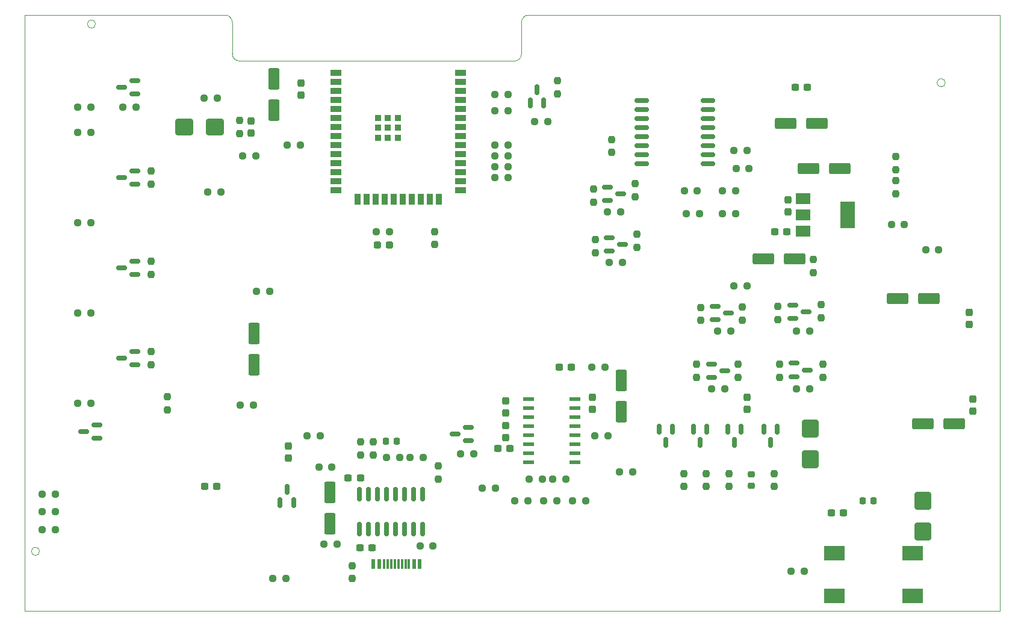
<source format=gbr>
%TF.GenerationSoftware,KiCad,Pcbnew,7.0.5*%
%TF.CreationDate,2025-09-10T14:00:20-04:00*%
%TF.ProjectId,PWA_REV2,5057415f-5245-4563-922e-6b696361645f,2.0*%
%TF.SameCoordinates,Original*%
%TF.FileFunction,Paste,Top*%
%TF.FilePolarity,Positive*%
%FSLAX46Y46*%
G04 Gerber Fmt 4.6, Leading zero omitted, Abs format (unit mm)*
G04 Created by KiCad (PCBNEW 7.0.5) date 2025-09-10 14:00:20*
%MOMM*%
%LPD*%
G01*
G04 APERTURE LIST*
G04 Aperture macros list*
%AMRoundRect*
0 Rectangle with rounded corners*
0 $1 Rounding radius*
0 $2 $3 $4 $5 $6 $7 $8 $9 X,Y pos of 4 corners*
0 Add a 4 corners polygon primitive as box body*
4,1,4,$2,$3,$4,$5,$6,$7,$8,$9,$2,$3,0*
0 Add four circle primitives for the rounded corners*
1,1,$1+$1,$2,$3*
1,1,$1+$1,$4,$5*
1,1,$1+$1,$6,$7*
1,1,$1+$1,$8,$9*
0 Add four rect primitives between the rounded corners*
20,1,$1+$1,$2,$3,$4,$5,0*
20,1,$1+$1,$4,$5,$6,$7,0*
20,1,$1+$1,$6,$7,$8,$9,0*
20,1,$1+$1,$8,$9,$2,$3,0*%
G04 Aperture macros list end*
%ADD10RoundRect,0.150000X0.150000X-0.587500X0.150000X0.587500X-0.150000X0.587500X-0.150000X-0.587500X0*%
%ADD11RoundRect,0.237500X0.237500X-0.250000X0.237500X0.250000X-0.237500X0.250000X-0.237500X-0.250000X0*%
%ADD12RoundRect,0.237500X0.250000X0.237500X-0.250000X0.237500X-0.250000X-0.237500X0.250000X-0.237500X0*%
%ADD13RoundRect,0.237500X-0.250000X-0.237500X0.250000X-0.237500X0.250000X0.237500X-0.250000X0.237500X0*%
%ADD14RoundRect,0.237500X-0.237500X0.250000X-0.237500X-0.250000X0.237500X-0.250000X0.237500X0.250000X0*%
%ADD15RoundRect,0.237500X-0.300000X-0.237500X0.300000X-0.237500X0.300000X0.237500X-0.300000X0.237500X0*%
%ADD16RoundRect,0.150000X0.875000X0.150000X-0.875000X0.150000X-0.875000X-0.150000X0.875000X-0.150000X0*%
%ADD17RoundRect,0.250000X-1.250000X-0.550000X1.250000X-0.550000X1.250000X0.550000X-1.250000X0.550000X0*%
%ADD18RoundRect,0.237500X0.300000X0.237500X-0.300000X0.237500X-0.300000X-0.237500X0.300000X-0.237500X0*%
%ADD19RoundRect,0.150000X0.150000X-0.825000X0.150000X0.825000X-0.150000X0.825000X-0.150000X-0.825000X0*%
%ADD20RoundRect,0.218750X0.218750X0.256250X-0.218750X0.256250X-0.218750X-0.256250X0.218750X-0.256250X0*%
%ADD21RoundRect,0.150000X0.587500X0.150000X-0.587500X0.150000X-0.587500X-0.150000X0.587500X-0.150000X0*%
%ADD22RoundRect,0.250000X-0.550000X1.250000X-0.550000X-1.250000X0.550000X-1.250000X0.550000X1.250000X0*%
%ADD23R,0.600000X1.450000*%
%ADD24R,0.300000X1.450000*%
%ADD25RoundRect,0.250000X1.000000X0.900000X-1.000000X0.900000X-1.000000X-0.900000X1.000000X-0.900000X0*%
%ADD26RoundRect,0.250000X-0.900000X1.000000X-0.900000X-1.000000X0.900000X-1.000000X0.900000X1.000000X0*%
%ADD27RoundRect,0.250000X1.250000X0.550000X-1.250000X0.550000X-1.250000X-0.550000X1.250000X-0.550000X0*%
%ADD28RoundRect,0.237500X-0.237500X0.300000X-0.237500X-0.300000X0.237500X-0.300000X0.237500X0.300000X0*%
%ADD29R,3.000000X2.000000*%
%ADD30R,2.999999X2.000000*%
%ADD31RoundRect,0.237500X0.237500X-0.300000X0.237500X0.300000X-0.237500X0.300000X-0.237500X-0.300000X0*%
%ADD32RoundRect,0.218750X0.256250X-0.218750X0.256250X0.218750X-0.256250X0.218750X-0.256250X-0.218750X0*%
%ADD33RoundRect,0.150000X-0.587500X-0.150000X0.587500X-0.150000X0.587500X0.150000X-0.587500X0.150000X0*%
%ADD34RoundRect,0.250000X0.550000X-1.250000X0.550000X1.250000X-0.550000X1.250000X-0.550000X-1.250000X0*%
%ADD35R,2.000000X1.500000*%
%ADD36R,2.000000X3.800000*%
%ADD37RoundRect,0.150000X-0.150000X0.587500X-0.150000X-0.587500X0.150000X-0.587500X0.150000X0.587500X0*%
%ADD38R,1.500000X0.900000*%
%ADD39R,0.900000X1.500000*%
%ADD40R,0.900000X0.900000*%
%ADD41RoundRect,0.237500X-0.287500X-0.237500X0.287500X-0.237500X0.287500X0.237500X-0.287500X0.237500X0*%
%ADD42RoundRect,0.137500X-0.662500X-0.137500X0.662500X-0.137500X0.662500X0.137500X-0.662500X0.137500X0*%
%TA.AperFunction,Profile*%
%ADD43C,0.050000*%
%TD*%
%TA.AperFunction,Profile*%
%ADD44C,0.120000*%
%TD*%
G04 APERTURE END LIST*
D10*
%TO.C,Q301*%
X127000000Y-30147500D03*
X128900000Y-30147500D03*
X127950000Y-28272500D03*
%TD*%
D11*
%TO.C,R201*%
X75946000Y-73302500D03*
X75946000Y-71477500D03*
%TD*%
D12*
%TO.C,R202*%
X65174500Y-72390000D03*
X63349500Y-72390000D03*
%TD*%
D11*
%TO.C,R203*%
X73660000Y-66952500D03*
X73660000Y-65127500D03*
%TD*%
D12*
%TO.C,R204*%
X65174500Y-59690000D03*
X63349500Y-59690000D03*
%TD*%
%TO.C,R206*%
X65174500Y-46990000D03*
X63349500Y-46990000D03*
%TD*%
D11*
%TO.C,R207*%
X73660000Y-41552500D03*
X73660000Y-39727500D03*
%TD*%
D12*
%TO.C,R208*%
X65174500Y-34290000D03*
X63349500Y-34290000D03*
%TD*%
%TO.C,R210*%
X65174500Y-30734000D03*
X63349500Y-30734000D03*
%TD*%
%TO.C,R303*%
X150772500Y-45720000D03*
X148947500Y-45720000D03*
%TD*%
D11*
%TO.C,R311*%
X130810000Y-28852500D03*
X130810000Y-27027500D03*
%TD*%
D13*
%TO.C,R310*%
X177776500Y-47244000D03*
X179601500Y-47244000D03*
%TD*%
D12*
%TO.C,R309*%
X150495000Y-42545000D03*
X148670000Y-42545000D03*
%TD*%
D13*
%TO.C,R302*%
X154027500Y-45720000D03*
X155852500Y-45720000D03*
%TD*%
%TO.C,R307*%
X154027500Y-42545000D03*
X155852500Y-42545000D03*
%TD*%
D14*
%TO.C,R304*%
X138430000Y-35282500D03*
X138430000Y-37107500D03*
%TD*%
D15*
%TO.C,C301*%
X164237500Y-27940000D03*
X165962500Y-27940000D03*
%TD*%
D16*
%TO.C,U301*%
X151970000Y-38735000D03*
X151970000Y-37465000D03*
X151970000Y-36195000D03*
X151970000Y-34925000D03*
X151970000Y-33655000D03*
X151970000Y-32385000D03*
X151970000Y-31115000D03*
X151970000Y-29845000D03*
X142670000Y-29845000D03*
X142670000Y-31115000D03*
X142670000Y-32385000D03*
X142670000Y-33655000D03*
X142670000Y-34925000D03*
X142670000Y-36195000D03*
X142670000Y-37465000D03*
X142670000Y-38735000D03*
%TD*%
D13*
%TO.C,R301*%
X155932500Y-39370000D03*
X157757500Y-39370000D03*
%TD*%
%TO.C,R305*%
X155655000Y-36830000D03*
X157480000Y-36830000D03*
%TD*%
D17*
%TO.C,C302*%
X162900000Y-33020000D03*
X167300000Y-33020000D03*
%TD*%
D13*
%TO.C,R504*%
X110085500Y-80010000D03*
X111910500Y-80010000D03*
%TD*%
D14*
%TO.C,R502*%
X114046000Y-81233000D03*
X114046000Y-83058000D03*
%TD*%
D13*
%TO.C,R501*%
X106783500Y-80010000D03*
X108608500Y-80010000D03*
%TD*%
D18*
%TO.C,C501*%
X103097500Y-82931000D03*
X101372500Y-82931000D03*
%TD*%
%TO.C,C503*%
X104748500Y-92710000D03*
X103023500Y-92710000D03*
%TD*%
D19*
%TO.C,U501*%
X102985500Y-90105000D03*
X104255500Y-90105000D03*
X105525500Y-90105000D03*
X106795500Y-90105000D03*
X108065500Y-90105000D03*
X109335500Y-90105000D03*
X110605500Y-90105000D03*
X111875500Y-90105000D03*
X111875500Y-85155000D03*
X110605500Y-85155000D03*
X109335500Y-85155000D03*
X108065500Y-85155000D03*
X106795500Y-85155000D03*
X105525500Y-85155000D03*
X104255500Y-85155000D03*
X102985500Y-85155000D03*
%TD*%
D20*
%TO.C,D501*%
X108229500Y-77724000D03*
X106654500Y-77724000D03*
%TD*%
D13*
%TO.C,R101*%
X81129500Y-29464000D03*
X82954500Y-29464000D03*
%TD*%
D11*
%TO.C,R102*%
X86106000Y-34440500D03*
X86106000Y-32615500D03*
%TD*%
D12*
%TO.C,R603*%
X88392000Y-37592000D03*
X86567000Y-37592000D03*
%TD*%
D21*
%TO.C,Q201*%
X66040000Y-77338000D03*
X66040000Y-75438000D03*
X64165000Y-76388000D03*
%TD*%
%TO.C,Q202*%
X71422500Y-66990000D03*
X71422500Y-65090000D03*
X69547500Y-66040000D03*
%TD*%
%TO.C,Q203*%
X71422500Y-54290000D03*
X71422500Y-52390000D03*
X69547500Y-53340000D03*
%TD*%
%TO.C,Q204*%
X71422500Y-41590000D03*
X71422500Y-39690000D03*
X69547500Y-40640000D03*
%TD*%
%TO.C,Q205*%
X71422500Y-28890000D03*
X71422500Y-26990000D03*
X69547500Y-27940000D03*
%TD*%
D13*
%TO.C,R209*%
X69699500Y-30734000D03*
X71524500Y-30734000D03*
%TD*%
D22*
%TO.C,C502*%
X98806000Y-84922000D03*
X98806000Y-89322000D03*
%TD*%
D23*
%TO.C,J501*%
X104954000Y-95015000D03*
X105754000Y-95015000D03*
D24*
X106954000Y-95015000D03*
X107954000Y-95015000D03*
X108454000Y-95015000D03*
X109454000Y-95015000D03*
D23*
X110654000Y-95015000D03*
X111454000Y-95015000D03*
X111454000Y-95015000D03*
X110654000Y-95015000D03*
D24*
X109954000Y-95015000D03*
X108954000Y-95015000D03*
X107454000Y-95015000D03*
X106454000Y-95015000D03*
D23*
X105754000Y-95015000D03*
X104954000Y-95015000D03*
%TD*%
D18*
%TO.C,C602*%
X82904500Y-84074000D03*
X81179500Y-84074000D03*
%TD*%
D25*
%TO.C,D103*%
X82668000Y-33528000D03*
X78368000Y-33528000D03*
%TD*%
D26*
%TO.C,D104*%
X166370000Y-75955000D03*
X166370000Y-80255000D03*
%TD*%
D13*
%TO.C,R107*%
X163679500Y-96012000D03*
X165504500Y-96012000D03*
%TD*%
D14*
%TO.C,R306*%
X178425000Y-41082500D03*
X178425000Y-42907500D03*
%TD*%
%TO.C,R308*%
X178435000Y-37695500D03*
X178435000Y-39520500D03*
%TD*%
D27*
%TO.C,C109*%
X183048000Y-57658000D03*
X178648000Y-57658000D03*
%TD*%
D28*
%TO.C,C108*%
X188722000Y-59589500D03*
X188722000Y-61314500D03*
%TD*%
D26*
%TO.C,D101*%
X182245000Y-86115000D03*
X182245000Y-90415000D03*
%TD*%
D27*
%TO.C,C102*%
X186604000Y-75237500D03*
X182204000Y-75237500D03*
%TD*%
D15*
%TO.C,C101*%
X169317500Y-87807800D03*
X171042500Y-87807800D03*
%TD*%
D29*
%TO.C,J101*%
X169760000Y-93520000D03*
X180760000Y-93520000D03*
X180760000Y-99520000D03*
D30*
X169760000Y-99520000D03*
%TD*%
D31*
%TO.C,C105*%
X189230000Y-73506500D03*
X189230000Y-71781500D03*
%TD*%
D12*
%TO.C,R106*%
X92606500Y-97028000D03*
X90781500Y-97028000D03*
%TD*%
D20*
%TO.C,F101*%
X175285500Y-86106000D03*
X173710500Y-86106000D03*
%TD*%
D14*
%TO.C,R402*%
X154940000Y-82272500D03*
X154940000Y-84097500D03*
%TD*%
%TO.C,R404*%
X151765000Y-82272500D03*
X151765000Y-84097500D03*
%TD*%
%TO.C,R401*%
X161290000Y-82272500D03*
X161290000Y-84097500D03*
%TD*%
%TO.C,R403*%
X148590000Y-82272500D03*
X148590000Y-84097500D03*
%TD*%
D32*
%TO.C,F401*%
X158115000Y-83972500D03*
X158115000Y-82397500D03*
%TD*%
D11*
%TO.C,R205*%
X73660000Y-54252500D03*
X73660000Y-52427500D03*
%TD*%
D12*
%TO.C,R110*%
X184427500Y-50800000D03*
X182602500Y-50800000D03*
%TD*%
D13*
%TO.C,R710*%
X126849500Y-83058000D03*
X128674500Y-83058000D03*
%TD*%
D11*
%TO.C,R318*%
X161811000Y-60602500D03*
X161811000Y-58777500D03*
%TD*%
%TO.C,R212*%
X101955500Y-97062000D03*
X101955500Y-95237000D03*
%TD*%
D18*
%TO.C,C703*%
X132795000Y-67310000D03*
X131070000Y-67310000D03*
%TD*%
D28*
%TO.C,C702*%
X123547500Y-75491000D03*
X123547500Y-77216000D03*
%TD*%
D14*
%TO.C,R1002*%
X166792000Y-52173500D03*
X166792000Y-53998500D03*
%TD*%
D33*
%TO.C,Q401*%
X137825000Y-41976000D03*
X137825000Y-43876000D03*
X139700000Y-42926000D03*
%TD*%
D13*
%TO.C,R707*%
X124817500Y-86106000D03*
X126642500Y-86106000D03*
%TD*%
D12*
%TO.C,R114*%
X123848500Y-36068000D03*
X122023500Y-36068000D03*
%TD*%
D31*
%TO.C,C1100*%
X87757000Y-34390500D03*
X87757000Y-32665500D03*
%TD*%
D13*
%TO.C,R1008*%
X81637500Y-42672000D03*
X83462500Y-42672000D03*
%TD*%
D12*
%TO.C,R314*%
X154341500Y-70358000D03*
X152516500Y-70358000D03*
%TD*%
D11*
%TO.C,R409*%
X141986000Y-50442500D03*
X141986000Y-48617500D03*
%TD*%
D14*
%TO.C,R702*%
X113538000Y-48260000D03*
X113538000Y-50085000D03*
%TD*%
D17*
%TO.C,C118*%
X166116000Y-39370000D03*
X170516000Y-39370000D03*
%TD*%
D12*
%TO.C,R408*%
X139929000Y-52578000D03*
X138104000Y-52578000D03*
%TD*%
%TO.C,R704*%
X141374500Y-82042000D03*
X139549500Y-82042000D03*
%TD*%
D13*
%TO.C,R711*%
X135692500Y-67310000D03*
X137517500Y-67310000D03*
%TD*%
%TO.C,R709*%
X130151500Y-83058000D03*
X131976500Y-83058000D03*
%TD*%
D12*
%TO.C,R705*%
X134770500Y-86106000D03*
X132945500Y-86106000D03*
%TD*%
%TO.C,R708*%
X122070500Y-84328000D03*
X120245500Y-84328000D03*
%TD*%
D31*
%TO.C,C117*%
X163236000Y-45466000D03*
X163236000Y-43741000D03*
%TD*%
D34*
%TO.C,C505*%
X88138000Y-66970000D03*
X88138000Y-62570000D03*
%TD*%
D35*
%TO.C,U103*%
X165369200Y-43572400D03*
X165369200Y-45872400D03*
D36*
X171669200Y-45872400D03*
D35*
X165369200Y-48172400D03*
%TD*%
D12*
%TO.C,R509*%
X123848500Y-40640000D03*
X122023500Y-40640000D03*
%TD*%
D33*
%TO.C,Q402*%
X138079000Y-49088000D03*
X138079000Y-50988000D03*
X139954000Y-50038000D03*
%TD*%
D11*
%TO.C,R324*%
X162065000Y-68730500D03*
X162065000Y-66905500D03*
%TD*%
D12*
%TO.C,R112*%
X107188000Y-48260000D03*
X105363000Y-48260000D03*
%TD*%
D13*
%TO.C,R503*%
X122023500Y-31242000D03*
X123848500Y-31242000D03*
%TD*%
D12*
%TO.C,R317*%
X166279500Y-62230000D03*
X164454500Y-62230000D03*
%TD*%
D22*
%TO.C,C705*%
X139803500Y-69174000D03*
X139803500Y-73574000D03*
%TD*%
D12*
%TO.C,R320*%
X155181500Y-62196000D03*
X153356500Y-62196000D03*
%TD*%
D14*
%TO.C,R217*%
X103124000Y-77827500D03*
X103124000Y-79652500D03*
%TD*%
D12*
%TO.C,R1005*%
X60198000Y-90170000D03*
X58373000Y-90170000D03*
%TD*%
D28*
%TO.C,C303*%
X157480000Y-71527500D03*
X157480000Y-73252500D03*
%TD*%
D12*
%TO.C,R407*%
X139675000Y-45466000D03*
X137850000Y-45466000D03*
%TD*%
D18*
%TO.C,C116*%
X163082500Y-48260000D03*
X161357500Y-48260000D03*
%TD*%
D11*
%TO.C,R406*%
X135890000Y-44092500D03*
X135890000Y-42267500D03*
%TD*%
D13*
%TO.C,R1009*%
X155655000Y-55880000D03*
X157480000Y-55880000D03*
%TD*%
D37*
%TO.C,D301*%
X151826000Y-76024500D03*
X149926000Y-76024500D03*
X150876000Y-77899500D03*
%TD*%
%TO.C,D303*%
X147000000Y-76024500D03*
X145100000Y-76024500D03*
X146050000Y-77899500D03*
%TD*%
D33*
%TO.C,Q303*%
X163930000Y-58562000D03*
X163930000Y-60462000D03*
X165805000Y-59512000D03*
%TD*%
%TO.C,Q302*%
X152485000Y-66872000D03*
X152485000Y-68772000D03*
X154360000Y-67822000D03*
%TD*%
D12*
%TO.C,R116*%
X123848500Y-39116000D03*
X122023500Y-39116000D03*
%TD*%
D34*
%TO.C,C106*%
X90932000Y-31156000D03*
X90932000Y-26756000D03*
%TD*%
D12*
%TO.C,R213*%
X99822000Y-92202000D03*
X97997000Y-92202000D03*
%TD*%
%TO.C,R701*%
X137922000Y-76962000D03*
X136097000Y-76962000D03*
%TD*%
D28*
%TO.C,C706*%
X135739500Y-71527500D03*
X135739500Y-73252500D03*
%TD*%
D27*
%TO.C,C115*%
X164166000Y-52070000D03*
X159766000Y-52070000D03*
%TD*%
D14*
%TO.C,R316*%
X167907000Y-58523500D03*
X167907000Y-60348500D03*
%TD*%
D13*
%TO.C,R706*%
X128881500Y-86106000D03*
X130706500Y-86106000D03*
%TD*%
D12*
%TO.C,R211*%
X113331000Y-92456000D03*
X111506000Y-92456000D03*
%TD*%
D13*
%TO.C,R510*%
X95607500Y-76962000D03*
X97432500Y-76962000D03*
%TD*%
D12*
%TO.C,R1004*%
X60198000Y-87660000D03*
X58373000Y-87660000D03*
%TD*%
D14*
%TO.C,R313*%
X156223000Y-66905500D03*
X156223000Y-68730500D03*
%TD*%
D33*
%TO.C,Q305*%
X164065500Y-66750000D03*
X164065500Y-68650000D03*
X165940500Y-67700000D03*
%TD*%
D37*
%TO.C,D302*%
X161732000Y-76024500D03*
X159832000Y-76024500D03*
X160782000Y-77899500D03*
%TD*%
D14*
%TO.C,R321*%
X168161000Y-66905500D03*
X168161000Y-68730500D03*
%TD*%
D12*
%TO.C,R1003*%
X60198000Y-85150000D03*
X58373000Y-85150000D03*
%TD*%
%TO.C,R323*%
X166279500Y-70358000D03*
X164454500Y-70358000D03*
%TD*%
D31*
%TO.C,C103*%
X94742000Y-29056500D03*
X94742000Y-27331500D03*
%TD*%
D11*
%TO.C,R405*%
X136144000Y-51204500D03*
X136144000Y-49379500D03*
%TD*%
D10*
%TO.C,Q206*%
X91826000Y-86360000D03*
X93726000Y-86360000D03*
X92776000Y-84485000D03*
%TD*%
D13*
%TO.C,R312*%
X127611500Y-32766000D03*
X129436500Y-32766000D03*
%TD*%
D11*
%TO.C,R315*%
X150381000Y-68730500D03*
X150381000Y-66905500D03*
%TD*%
D18*
%TO.C,C704*%
X124156000Y-78740000D03*
X122431000Y-78740000D03*
%TD*%
D38*
%TO.C,U102*%
X99708000Y-25919000D03*
X99708000Y-27189000D03*
X99708000Y-28459000D03*
X99708000Y-29729000D03*
X99708000Y-30999000D03*
X99708000Y-32269000D03*
X99708000Y-33539000D03*
X99708000Y-34809000D03*
X99708000Y-36079000D03*
X99708000Y-37349000D03*
X99708000Y-38619000D03*
X99708000Y-39889000D03*
X99708000Y-41159000D03*
X99708000Y-42429000D03*
D39*
X102748000Y-43679000D03*
X104018000Y-43679000D03*
X105288000Y-43679000D03*
X106558000Y-43679000D03*
X107828000Y-43679000D03*
X109098000Y-43679000D03*
X110368000Y-43679000D03*
X111638000Y-43679000D03*
X112908000Y-43679000D03*
X114178000Y-43679000D03*
D38*
X117208000Y-42429000D03*
X117208000Y-41159000D03*
X117208000Y-39889000D03*
X117208000Y-38619000D03*
X117208000Y-37349000D03*
X117208000Y-36079000D03*
X117208000Y-34809000D03*
X117208000Y-33539000D03*
X117208000Y-32269000D03*
X117208000Y-30999000D03*
X117208000Y-29729000D03*
X117208000Y-28459000D03*
X117208000Y-27189000D03*
X117208000Y-25919000D03*
D40*
X105558000Y-32239000D03*
X105558000Y-33639000D03*
X105558000Y-35039000D03*
X106958000Y-32239000D03*
X106958000Y-33639000D03*
X106958000Y-35039000D03*
X108358000Y-32239000D03*
X108358000Y-33639000D03*
X108358000Y-35039000D03*
%TD*%
D12*
%TO.C,R113*%
X123848500Y-28956000D03*
X122023500Y-28956000D03*
%TD*%
%TO.C,R216*%
X99083500Y-81407000D03*
X97258500Y-81407000D03*
%TD*%
D11*
%TO.C,R322*%
X150967000Y-60719000D03*
X150967000Y-58894000D03*
%TD*%
D28*
%TO.C,C504*%
X92964000Y-78385500D03*
X92964000Y-80110500D03*
%TD*%
D21*
%TO.C,Q207*%
X118285500Y-77658000D03*
X118285500Y-75758000D03*
X116410500Y-76708000D03*
%TD*%
D11*
%TO.C,R214*%
X104902000Y-79652500D03*
X104902000Y-77827500D03*
%TD*%
D12*
%TO.C,R511*%
X90320500Y-56642000D03*
X88495500Y-56642000D03*
%TD*%
%TO.C,R703*%
X94638500Y-36068000D03*
X92813500Y-36068000D03*
%TD*%
D28*
%TO.C,C701*%
X123547500Y-72035500D03*
X123547500Y-73760500D03*
%TD*%
D13*
%TO.C,R215*%
X117197500Y-79502000D03*
X119022500Y-79502000D03*
%TD*%
D37*
%TO.C,D304*%
X156652000Y-76024500D03*
X154752000Y-76024500D03*
X155702000Y-77899500D03*
%TD*%
D14*
%TO.C,R319*%
X156809000Y-58847000D03*
X156809000Y-60672000D03*
%TD*%
D12*
%TO.C,R512*%
X88034500Y-72644000D03*
X86209500Y-72644000D03*
%TD*%
D41*
%TO.C,D106*%
X105490700Y-50088800D03*
X107240700Y-50088800D03*
%TD*%
D14*
%TO.C,R410*%
X141732000Y-41505500D03*
X141732000Y-43330500D03*
%TD*%
D33*
%TO.C,Q304*%
X152999500Y-58740000D03*
X152999500Y-60640000D03*
X154874500Y-59690000D03*
%TD*%
D12*
%TO.C,R115*%
X123848500Y-37592000D03*
X122023500Y-37592000D03*
%TD*%
D42*
%TO.C,U701*%
X126779000Y-71801000D03*
X126779000Y-73071000D03*
X126779000Y-74341000D03*
X126779000Y-75611000D03*
X126779000Y-76881000D03*
X126779000Y-78151000D03*
X126779000Y-79421000D03*
X126779000Y-80691000D03*
X133279000Y-80691000D03*
X133279000Y-79421000D03*
X133279000Y-78151000D03*
X133279000Y-76881000D03*
X133279000Y-75611000D03*
X133279000Y-74341000D03*
X133279000Y-73071000D03*
X133279000Y-71801000D03*
%TD*%
D43*
X55880000Y-17780000D02*
X55880000Y-101600000D01*
X55880000Y-101600000D02*
X193040000Y-101600000D01*
X55880000Y-17780000D02*
X84074000Y-17780000D01*
X86106000Y-24257000D02*
X124764800Y-24257000D01*
X126796800Y-17780000D02*
X193040000Y-17780000D01*
X125780800Y-18796000D02*
X125780800Y-23241000D01*
X126796800Y-17780000D02*
G75*
G03*
X125780800Y-18796000I0J-1016000D01*
G01*
X193040000Y-101600000D02*
X193040000Y-17780000D01*
X85090000Y-23241000D02*
G75*
G03*
X86106000Y-24257000I1016000J0D01*
G01*
X124764800Y-24257000D02*
G75*
G03*
X125780800Y-23241000I0J1016000D01*
G01*
X85090000Y-18796000D02*
X85090000Y-23241000D01*
X85090000Y-18796000D02*
G75*
G03*
X84074000Y-17780000I-1016000J0D01*
G01*
D44*
%TO.C,T102*%
X57980000Y-93218000D02*
G75*
G03*
X57980000Y-93218000I-576000J0D01*
G01*
%TO.C,T103*%
X185361000Y-27305000D02*
G75*
G03*
X185361000Y-27305000I-576000J0D01*
G01*
%TO.C,T101*%
X65854000Y-19050000D02*
G75*
G03*
X65854000Y-19050000I-576000J0D01*
G01*
%TD*%
M02*

</source>
